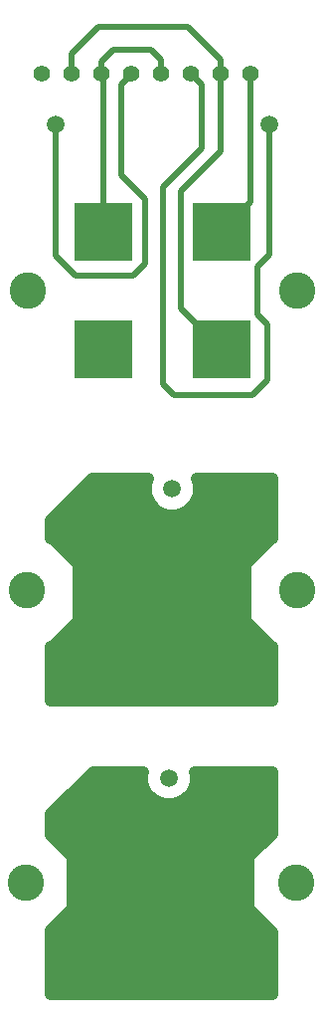
<source format=gbr>
G04 (created by PCBNEW (2013-may-18)-stable) date Пт 28 авг 2015 20:05:46*
%MOIN*%
G04 Gerber Fmt 3.4, Leading zero omitted, Abs format*
%FSLAX34Y34*%
G01*
G70*
G90*
G04 APERTURE LIST*
%ADD10C,0.00393701*%
%ADD11C,0.122047*%
%ADD12C,0.0551181*%
%ADD13R,0.19685X0.19685*%
%ADD14C,0.0590551*%
%ADD15C,0.019685*%
%ADD16C,0.0393701*%
G04 APERTURE END LIST*
G54D10*
G54D11*
X6977Y-26821D03*
X16032Y-26821D03*
X6947Y-36648D03*
X16002Y-36648D03*
G54D12*
X14482Y-9535D03*
X13482Y-9535D03*
X12482Y-9535D03*
X11482Y-9535D03*
X10482Y-9535D03*
X9482Y-9535D03*
X8482Y-9535D03*
X7482Y-9535D03*
X7482Y-9535D03*
X8482Y-9535D03*
X9482Y-9535D03*
X10482Y-9535D03*
X11482Y-9535D03*
X12482Y-9535D03*
X13482Y-9535D03*
X14482Y-9535D03*
G54D13*
X13496Y-18758D03*
X9559Y-18758D03*
X13496Y-14821D03*
X9559Y-14821D03*
G54D11*
X16055Y-16790D03*
X7000Y-16790D03*
G54D14*
X11744Y-33124D03*
X7950Y-11250D03*
X11850Y-23450D03*
X15100Y-11250D03*
G54D15*
X14482Y-9535D02*
X14482Y-13835D01*
X14482Y-13835D02*
X13496Y-14821D01*
X10482Y-9535D02*
X10482Y-9567D01*
X7950Y-15650D02*
X7950Y-11250D01*
X8600Y-16300D02*
X7950Y-15650D01*
X10550Y-16300D02*
X8600Y-16300D01*
X10950Y-15900D02*
X10550Y-16300D01*
X10950Y-13750D02*
X10950Y-15900D01*
X10150Y-12950D02*
X10950Y-13750D01*
X10150Y-9900D02*
X10150Y-12950D01*
X10482Y-9567D02*
X10150Y-9900D01*
X12482Y-9535D02*
X12485Y-9535D01*
X15100Y-15600D02*
X15100Y-11250D01*
X14700Y-16000D02*
X15100Y-15600D01*
X14700Y-17600D02*
X14700Y-16000D01*
X15050Y-17950D02*
X14700Y-17600D01*
X15050Y-19800D02*
X15050Y-17950D01*
X14550Y-20300D02*
X15050Y-19800D01*
X11900Y-20300D02*
X14550Y-20300D01*
X11550Y-19950D02*
X11900Y-20300D01*
X11550Y-13350D02*
X11550Y-19950D01*
X12850Y-12050D02*
X11550Y-13350D01*
X12850Y-9900D02*
X12850Y-12050D01*
X12485Y-9535D02*
X12850Y-9900D01*
X9482Y-9535D02*
X9482Y-9135D01*
X11482Y-9085D02*
X11482Y-9535D01*
X11132Y-8735D02*
X11482Y-9085D01*
X9882Y-8735D02*
X11132Y-8735D01*
X9482Y-9135D02*
X9882Y-8735D01*
X9559Y-14821D02*
X9559Y-9612D01*
X9559Y-9612D02*
X9482Y-9535D01*
X13482Y-11885D02*
X13482Y-12135D01*
X13482Y-9535D02*
X13482Y-11885D01*
X12132Y-17394D02*
X13496Y-18758D01*
X12132Y-13485D02*
X12132Y-17394D01*
X13482Y-12135D02*
X12132Y-13485D01*
X8482Y-9535D02*
X8482Y-8885D01*
X13482Y-9085D02*
X13482Y-9535D01*
X12382Y-7985D02*
X13482Y-9085D01*
X9382Y-7985D02*
X12382Y-7985D01*
X8482Y-8885D02*
X9382Y-7985D01*
G54D10*
G36*
X15208Y-40357D02*
X7787Y-40357D01*
X7787Y-38252D01*
X8522Y-37517D01*
X8522Y-35779D01*
X7787Y-35044D01*
X7787Y-34344D01*
X9195Y-32936D01*
X10863Y-32936D01*
X10858Y-32947D01*
X10858Y-33300D01*
X10993Y-33625D01*
X11242Y-33875D01*
X11567Y-34010D01*
X11919Y-34010D01*
X12245Y-33876D01*
X12495Y-33627D01*
X12630Y-33301D01*
X12630Y-32949D01*
X12625Y-32936D01*
X15208Y-32936D01*
X15208Y-34998D01*
X14427Y-35779D01*
X14427Y-37517D01*
X15208Y-38298D01*
X15208Y-40357D01*
X15208Y-40357D01*
G37*
G54D16*
X15208Y-40357D02*
X7787Y-40357D01*
X7787Y-38252D01*
X8522Y-37517D01*
X8522Y-35779D01*
X7787Y-35044D01*
X7787Y-34344D01*
X9195Y-32936D01*
X10863Y-32936D01*
X10858Y-32947D01*
X10858Y-33300D01*
X10993Y-33625D01*
X11242Y-33875D01*
X11567Y-34010D01*
X11919Y-34010D01*
X12245Y-33876D01*
X12495Y-33627D01*
X12630Y-33301D01*
X12630Y-32949D01*
X12625Y-32936D01*
X15208Y-32936D01*
X15208Y-34998D01*
X14427Y-35779D01*
X14427Y-37517D01*
X15208Y-38298D01*
X15208Y-40357D01*
G54D10*
G36*
X15202Y-30530D02*
X7781Y-30530D01*
X7781Y-28746D01*
X7831Y-28746D01*
X8696Y-27881D01*
X8696Y-25968D01*
X7831Y-25103D01*
X7781Y-25103D01*
X7781Y-24518D01*
X9190Y-23109D01*
X11032Y-23109D01*
X10964Y-23273D01*
X10964Y-23625D01*
X11098Y-23951D01*
X11347Y-24200D01*
X11673Y-24335D01*
X12025Y-24335D01*
X12351Y-24201D01*
X12600Y-23952D01*
X12735Y-23626D01*
X12735Y-23274D01*
X12667Y-23109D01*
X15202Y-23109D01*
X15202Y-25103D01*
X15168Y-25103D01*
X14303Y-25968D01*
X14303Y-27881D01*
X15168Y-28746D01*
X15202Y-28746D01*
X15202Y-30530D01*
X15202Y-30530D01*
G37*
G54D16*
X15202Y-30530D02*
X7781Y-30530D01*
X7781Y-28746D01*
X7831Y-28746D01*
X8696Y-27881D01*
X8696Y-25968D01*
X7831Y-25103D01*
X7781Y-25103D01*
X7781Y-24518D01*
X9190Y-23109D01*
X11032Y-23109D01*
X10964Y-23273D01*
X10964Y-23625D01*
X11098Y-23951D01*
X11347Y-24200D01*
X11673Y-24335D01*
X12025Y-24335D01*
X12351Y-24201D01*
X12600Y-23952D01*
X12735Y-23626D01*
X12735Y-23274D01*
X12667Y-23109D01*
X15202Y-23109D01*
X15202Y-25103D01*
X15168Y-25103D01*
X14303Y-25968D01*
X14303Y-27881D01*
X15168Y-28746D01*
X15202Y-28746D01*
X15202Y-30530D01*
M02*

</source>
